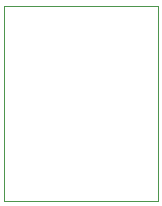
<source format=gbr>
%TF.GenerationSoftware,KiCad,Pcbnew,9.0.6-9.0.6~ubuntu22.04.1*%
%TF.CreationDate,2026-01-23T17:02:16+00:00*%
%TF.ProjectId,vm_light_sensor,766d5f6c-6967-4687-945f-73656e736f72,0.4*%
%TF.SameCoordinates,PX510ff40PY47868c0*%
%TF.FileFunction,Other,User*%
%FSLAX45Y45*%
G04 Gerber Fmt 4.5, Leading zero omitted, Abs format (unit mm)*
G04 Created by KiCad (PCBNEW 9.0.6-9.0.6~ubuntu22.04.1) date 2026-01-23 17:02:16*
%MOMM*%
%LPD*%
G01*
G04 APERTURE LIST*
%ADD10C,0.100000*%
%ADD11C,0.009990*%
%ADD12C,0.010830*%
%ADD13C,0.020870*%
%ADD14C,0.030680*%
%ADD15C,0.040730*%
%ADD16C,0.050790*%
%ADD17C,0.061260*%
%ADD18C,0.070940*%
%ADD19C,0.010740*%
%ADD20C,0.020680*%
%ADD21C,0.030950*%
%ADD22C,0.040680*%
%ADD23C,0.050650*%
%ADD24C,0.060840*%
%ADD25C,0.070650*%
%ADD26C,0.030670*%
%ADD27C,0.040760*%
%ADD28C,0.050750*%
%ADD29C,0.010820*%
%ADD30C,0.020690*%
%ADD31C,0.030830*%
%ADD32C,0.040690*%
%ADD33C,0.050840*%
%ADD34C,0.010710*%
%ADD35C,0.020780*%
%ADD36C,0.040800*%
%ADD37C,0.050870*%
%ADD38C,0.060820*%
G04 APERTURE END LIST*
D10*
X-650000Y825000D02*
X650000Y825000D01*
X650000Y-825000D01*
X-650000Y-825000D01*
X-650000Y825000D01*
D11*
%TO.C,GS5*%
X200000Y825000D02*
X200000Y825000D01*
D12*
X200000Y825000D02*
X200000Y825000D01*
D13*
X200000Y825000D02*
X200000Y825000D01*
D14*
X200000Y825000D02*
X200000Y825000D01*
D15*
X200000Y825000D02*
X200000Y825000D01*
D16*
X200000Y825000D02*
X200000Y825000D01*
D17*
X200000Y825000D02*
X200000Y825000D01*
D18*
X200000Y825000D02*
X200000Y825000D01*
D11*
%TO.C,GS3*%
X-650000Y250000D02*
X-650000Y250000D01*
D19*
X-650000Y250000D02*
X-650000Y250000D01*
D20*
X-650000Y250000D02*
X-650000Y250000D01*
D21*
X-650000Y250000D02*
X-650000Y250000D01*
D22*
X-650000Y250000D02*
X-650000Y250000D01*
D23*
X-650000Y250000D02*
X-650000Y250000D01*
D24*
X-650000Y250000D02*
X-650000Y250000D01*
D25*
X-650000Y250000D02*
X-650000Y250000D01*
D11*
%TO.C,GS4*%
X0Y825000D02*
X0Y825000D01*
D12*
X0Y825000D02*
X0Y825000D01*
D13*
X0Y825000D02*
X0Y825000D01*
D26*
X0Y825000D02*
X0Y825000D01*
D27*
X0Y825000D02*
X0Y825000D01*
D28*
X0Y825000D02*
X0Y825000D01*
D11*
%TO.C,GS6*%
X-200000Y825000D02*
X-200000Y825000D01*
D29*
X-200000Y825000D02*
X-200000Y825000D01*
D30*
X-200000Y825000D02*
X-200000Y825000D01*
D31*
X-200000Y825000D02*
X-200000Y825000D01*
D32*
X-200000Y825000D02*
X-200000Y825000D01*
D33*
X-200000Y825000D02*
X-200000Y825000D01*
D11*
%TO.C,GS2*%
X-650000Y-250000D02*
X-650000Y-250000D01*
D34*
X-650000Y-250000D02*
X-650000Y-250000D01*
D35*
X-650000Y-250000D02*
X-650000Y-250000D01*
D14*
X-650000Y-250000D02*
X-650000Y-250000D01*
D11*
%TO.C,GS1*%
X-650000Y0D02*
X-650000Y0D01*
D19*
X-650000Y0D02*
X-650000Y0D01*
D20*
X-650000Y0D02*
X-650000Y0D01*
D21*
X-650000Y0D02*
X-650000Y0D01*
D36*
X-650000Y0D02*
X-650000Y0D01*
D37*
X-650000Y0D02*
X-650000Y0D01*
D38*
X-650000Y0D02*
X-650000Y0D01*
%TD*%
M02*

</source>
